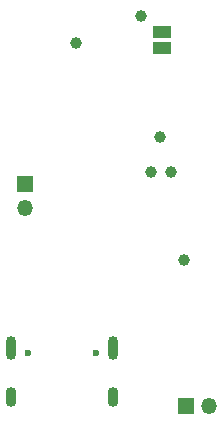
<source format=gbr>
%TF.GenerationSoftware,KiCad,Pcbnew,(5.99.0-8775-g06a515339c)*%
%TF.CreationDate,2021-02-12T19:12:04-05:00*%
%TF.ProjectId,mk2,6d6b322e-6b69-4636-9164-5f7063625858,rev?*%
%TF.SameCoordinates,Original*%
%TF.FileFunction,Soldermask,Bot*%
%TF.FilePolarity,Negative*%
%FSLAX46Y46*%
G04 Gerber Fmt 4.6, Leading zero omitted, Abs format (unit mm)*
G04 Created by KiCad (PCBNEW (5.99.0-8775-g06a515339c)) date 2021-02-12 19:12:04*
%MOMM*%
%LPD*%
G01*
G04 APERTURE LIST*
%ADD10R,1.350000X1.350000*%
%ADD11O,1.350000X1.350000*%
%ADD12C,0.600000*%
%ADD13O,0.900000X2.000000*%
%ADD14O,0.900000X1.700000*%
%ADD15C,1.000000*%
%ADD16R,1.500000X1.000000*%
G04 APERTURE END LIST*
D10*
%TO.C,BT1*%
X32000000Y-47750000D03*
D11*
X34000000Y-47750000D03*
%TD*%
D12*
%TO.C,J2*%
X18610000Y-43300000D03*
X24390000Y-43300000D03*
D13*
X25820000Y-42820000D03*
D14*
X25820000Y-46990000D03*
D13*
X17180000Y-42820000D03*
D14*
X17180000Y-46990000D03*
%TD*%
D10*
%TO.C,J3*%
X18415000Y-28972000D03*
D11*
X18415000Y-30972000D03*
%TD*%
D15*
%TO.C,TP5*%
X31877000Y-35433000D03*
%TD*%
%TO.C,TP1*%
X29845000Y-25019000D03*
%TD*%
%TO.C,TP3*%
X22750000Y-17000000D03*
%TD*%
%TO.C,TP6*%
X28250000Y-14750000D03*
%TD*%
%TO.C,TP4*%
X29083000Y-27940000D03*
%TD*%
%TO.C,TP2*%
X30734000Y-27940000D03*
%TD*%
D16*
%TO.C,JP1*%
X29972000Y-17429000D03*
X29972000Y-16129000D03*
%TD*%
M02*

</source>
